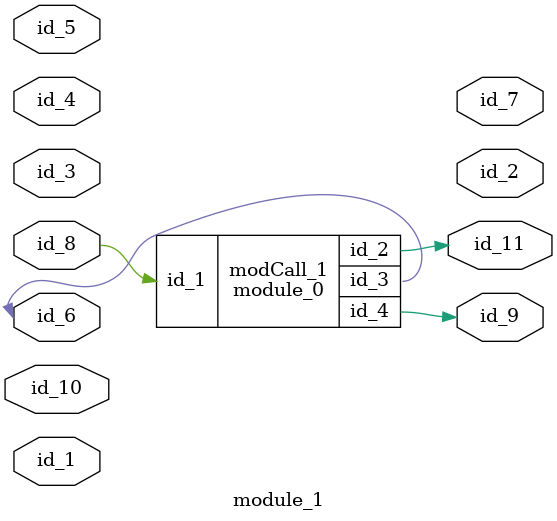
<source format=v>
module module_0 (
    id_1,
    id_2,
    id_3,
    id_4
);
  output wire id_4;
  output wire id_3;
  output wire id_2;
  input wire id_1;
  assign id_4 = id_1;
  assign id_2 = id_1;
endmodule
module module_1 (
    id_1,
    id_2,
    id_3,
    id_4,
    id_5,
    id_6,
    id_7,
    id_8,
    id_9,
    id_10,
    id_11
);
  output wire id_11;
  inout wire id_10;
  output wire id_9;
  input wire id_8;
  output wire id_7;
  inout wire id_6;
  inout wire id_5;
  inout wire id_4;
  input wire id_3;
  output wire id_2;
  inout wire id_1;
  wire id_12, id_13, id_14;
  module_0 modCall_1 (
      id_8,
      id_11,
      id_6,
      id_9
  );
endmodule

</source>
